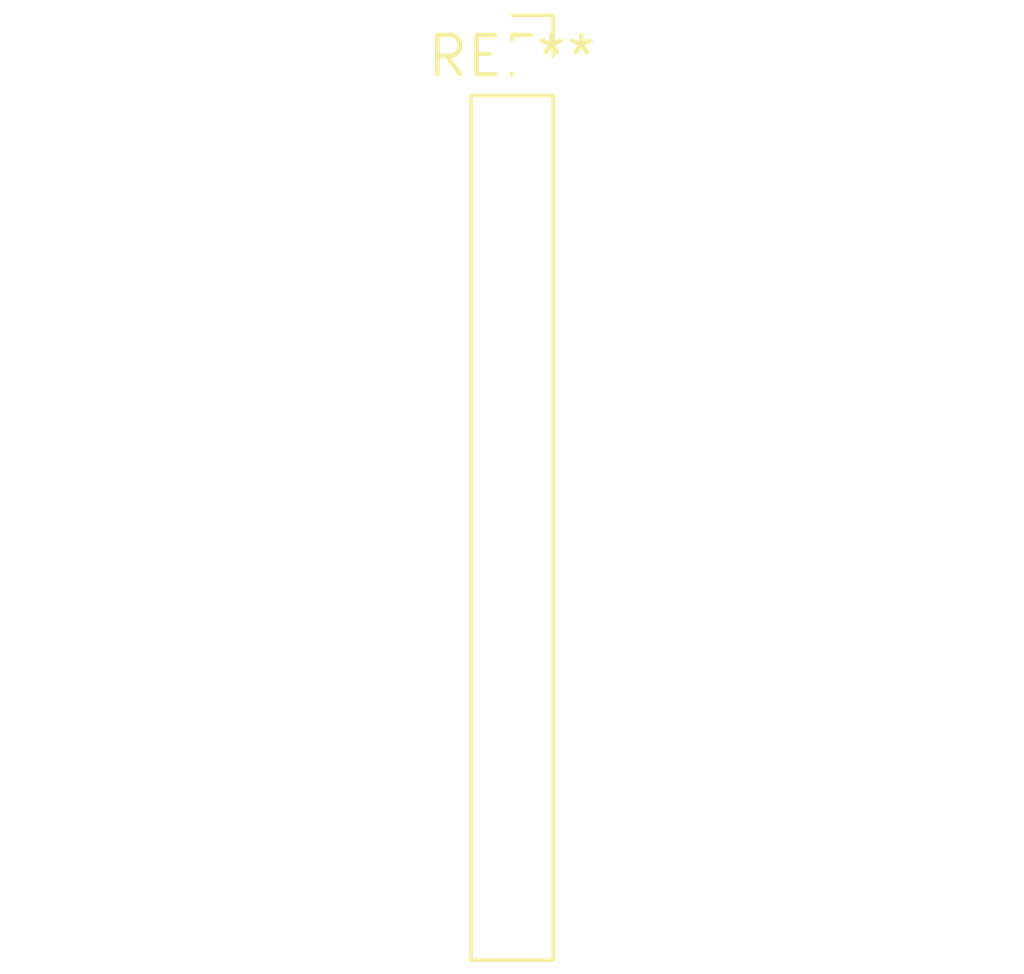
<source format=kicad_pcb>
(kicad_pcb (version 20240108) (generator pcbnew)
  (layers (0 "F.Cu" signal) (31 "B.Cu" signal) (34 "B.Paste" user) (35 "F.Paste" user) (36 "B.SilkS" user "B.Silkscreen") (37 "F.SilkS" user "F.Silkscreen") (38 "B.Mask" user) (39 "F.Mask" user) (44 "Edge.Cuts" user))
  (net 0 "")
  (footprint "PinSocket_1x12_P2.54mm_Vertical" (layer "F.Cu") (at 0 0)
    (property "Reference" "REF**")
    (property "Value" "PinSocket_1x12_P2.54mm_Vertical")
    (fp_line (start -1.33 1.27) (end -1.33 29.27) (layer "F.SilkS") (stroke (width 0.12)))
    (fp_line (start -1.33 1.27) (end 1.33 1.27) (layer "F.SilkS") (stroke (width 0.12)))
    (fp_line (start -1.33 29.27) (end 1.33 29.27) (layer "F.SilkS") (stroke (width 0.12)))
    (fp_line (start 0 -1.33) (end 1.33 -1.33) (layer "F.SilkS") (stroke (width 0.12)))
    (fp_line (start 1.33 -1.33) (end 1.33 0) (layer "F.SilkS") (stroke (width 0.12)))
    (fp_line (start 1.33 1.27) (end 1.33 29.27) (layer "F.SilkS") (stroke (width 0.12)))
    (pad "1" thru_hole rect (at 0 0) (size 1.7 1.7) (drill 1) (layers *.Cu *.Mask) (remove_unused_layers))
    (pad "2" thru_hole oval (at 0 2.54) (size 1.7 1.7) (drill 1) (layers *.Cu *.Mask) (remove_unused_layers))
    (pad "3" thru_hole oval (at 0 5.08) (size 1.7 1.7) (drill 1) (layers *.Cu *.Mask) (remove_unused_layers))
    (pad "4" thru_hole oval (at 0 7.62) (size 1.7 1.7) (drill 1) (layers *.Cu *.Mask) (remove_unused_layers))
    (pad "5" thru_hole oval (at 0 10.16) (size 1.7 1.7) (drill 1) (layers *.Cu *.Mask) (remove_unused_layers))
    (pad "6" thru_hole oval (at 0 12.7) (size 1.7 1.7) (drill 1) (layers *.Cu *.Mask) (remove_unused_layers))
    (pad "7" thru_hole oval (at 0 15.24) (size 1.7 1.7) (drill 1) (layers *.Cu *.Mask) (remove_unused_layers))
    (pad "8" thru_hole oval (at 0 17.78) (size 1.7 1.7) (drill 1) (layers *.Cu *.Mask) (remove_unused_layers))
    (pad "9" thru_hole oval (at 0 20.32) (size 1.7 1.7) (drill 1) (layers *.Cu *.Mask) (remove_unused_layers))
    (pad "10" thru_hole oval (at 0 22.86) (size 1.7 1.7) (drill 1) (layers *.Cu *.Mask) (remove_unused_layers))
    (pad "11" thru_hole oval (at 0 25.4) (size 1.7 1.7) (drill 1) (layers *.Cu *.Mask) (remove_unused_layers))
    (pad "12" thru_hole oval (at 0 27.94) (size 1.7 1.7) (drill 1) (layers *.Cu *.Mask) (remove_unused_layers))
  )
)
</source>
